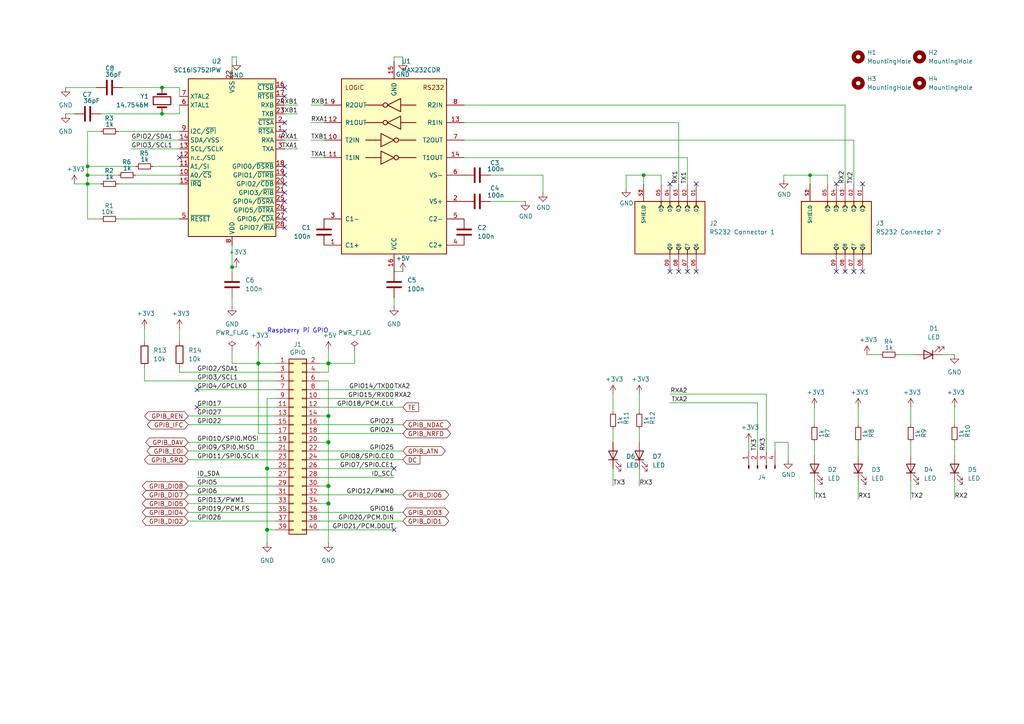
<source format=kicad_sch>
(kicad_sch (version 20250114) (generator "eeschema") (generator_version "9.0")
  (paper "A4")
  (title_block (title "Alex Harris Senior Capstone") (date "2025-03-18") (rev "4") (company "University of Utah"))
  (lib_symbols
    (symbol "+5V_1" (power) (pin_names (offset 0))
      (property "Value" "+5V" (at 0 3.556 0))
      (symbol "+5V_1_1_1"
        (pin power_in line (at 0 0 90) (length 0) (hide yes) (name "+5V") (number "1"))
      )
    )
    (symbol "Connector:Conn_01x04_Pin" (pin_names (offset 1.016) (hide yes))
      (property "Reference" "J" (at 0 5.08 0))
      (property "Value" "Conn_01x04_Pin" (at 0 -7.62 0))
      (symbol "Conn_01x04_Pin_1_1"
        (pin passive line (at 5.08 2.54 180) (length 3.81) (name "Pin_1") (number "1"))
        (pin passive line (at 5.08 0 180) (length 3.81) (name "Pin_2") (number "2"))
        (pin passive line (at 5.08 -2.54 180) (length 3.81) (name "Pin_3") (number "3"))
        (pin passive line (at 5.08 -5.08 180) (length 3.81) (name "Pin_4") (number "4"))
      )
    )
    (symbol "Connector_Generic:Conn_02x20_Odd_Even" (pin_names (offset 1.016) (hide yes))
      (property "Reference" "J" (at 1.27 25.4 0))
      (property "Value" "Conn_02x20_Odd_Even" (at 1.27 -27.94 0))
      (symbol "Conn_02x20_Odd_Even_1_1"
        (pin passive line (at -5.08 22.86 0) (length 3.81) (name "Pin_1") (number "1"))
        (pin passive line (at -5.08 20.32 0) (length 3.81) (name "Pin_3") (number "3"))
        (pin passive line (at -5.08 17.78 0) (length 3.81) (name "Pin_5") (number "5"))
        (pin passive line (at -5.08 15.24 0) (length 3.81) (name "Pin_7") (number "7"))
        (pin passive line (at -5.08 12.7 0) (length 3.81) (name "Pin_9") (number "9"))
        (pin passive line (at -5.08 10.16 0) (length 3.81) (name "Pin_11") (number "11"))
        (pin passive line (at -5.08 7.62 0) (length 3.81) (name "Pin_13") (number "13"))
        (pin passive line (at -5.08 5.08 0) (length 3.81) (name "Pin_15") (number "15"))
        (pin passive line (at -5.08 2.54 0) (length 3.81) (name "Pin_17") (number "17"))
        (pin passive line (at -5.08 0 0) (length 3.81) (name "Pin_19") (number "19"))
        (pin passive line (at -5.08 -2.54 0) (length 3.81) (name "Pin_21") (number "21"))
        (pin passive line (at -5.08 -5.08 0) (length 3.81) (name "Pin_23") (number "23"))
        (pin passive line (at -5.08 -7.62 0) (length 3.81) (name "Pin_25") (number "25"))
        (pin passive line (at -5.08 -10.16 0) (length 3.81) (name "Pin_27") (number "27"))
        (pin passive line (at -5.08 -12.7 0) (length 3.81) (name "Pin_29") (number "29"))
        (pin passive line (at -5.08 -15.24 0) (length 3.81) (name "Pin_31") (number "31"))
        (pin passive line (at -5.08 -17.78 0) (length 3.81) (name "Pin_33") (number "33"))
        (pin passive line (at -5.08 -20.32 0) (length 3.81) (name "Pin_35") (number "35"))
        (pin passive line (at -5.08 -22.86 0) (length 3.81) (name "Pin_37") (number "37"))
        (pin passive line (at -5.08 -25.4 0) (length 3.81) (name "Pin_39") (number "39"))
        (pin passive line (at 7.62 22.86 180) (length 3.81) (name "Pin_2") (number "2"))
        (pin passive line (at 7.62 20.32 180) (length 3.81) (name "Pin_4") (number "4"))
        (pin passive line (at 7.62 17.78 180) (length 3.81) (name "Pin_6") (number "6"))
        (pin passive line (at 7.62 15.24 180) (length 3.81) (name "Pin_8") (number "8"))
        (pin passive line (at 7.62 12.7 180) (length 3.81) (name "Pin_10") (number "10"))
        (pin passive line (at 7.62 10.16 180) (length 3.81) (name "Pin_12") (number "12"))
        (pin passive line (at 7.62 7.62 180) (length 3.81) (name "Pin_14") (number "14"))
        (pin passive line (at 7.62 5.08 180) (length 3.81) (name "Pin_16") (number "16"))
        (pin passive line (at 7.62 2.54 180) (length 3.81) (name "Pin_18") (number "18"))
        (pin passive line (at 7.62 0 180) (length 3.81) (name "Pin_20") (number "20"))
        (pin passive line (at 7.62 -2.54 180) (length 3.81) (name "Pin_22") (number "22"))
        (pin passive line (at 7.62 -5.08 180) (length 3.81) (name "Pin_24") (number "24"))
        (pin passive line (at 7.62 -7.62 180) (length 3.81) (name "Pin_26") (number "26"))
        (pin passive line (at 7.62 -10.16 180) (length 3.81) (name "Pin_28") (number "28"))
        (pin passive line (at 7.62 -12.7 180) (length 3.81) (name "Pin_30") (number "30"))
        (pin passive line (at 7.62 -15.24 180) (length 3.81) (name "Pin_32") (number "32"))
        (pin passive line (at 7.62 -17.78 180) (length 3.81) (name "Pin_34") (number "34"))
        (pin passive line (at 7.62 -20.32 180) (length 3.81) (name "Pin_36") (number "36"))
        (pin passive line (at 7.62 -22.86 180) (length 3.81) (name "Pin_38") (number "38"))
        (pin passive line (at 7.62 -25.4 180) (length 3.81) (name "Pin_40") (number "40"))
      )
    )
    (symbol "Device:C" (pin_numbers (hide yes)) (pin_names (offset 0.254))
      (property "Reference" "C" (at 0.635 2.54 0))
      (property "Value" "C" (at 0.635 -2.54 0))
      (symbol "C_1_1"
        (pin passive line (at 0 3.81 270) (length 2.794) (name "~") (number "1"))
        (pin passive line (at 0 -3.81 90) (length 2.794) (name "~") (number "2"))
      )
    )
    (symbol "Device:Crystal" (pin_numbers (hide yes)) (pin_names (offset 1.016) (hide yes))
      (property "Reference" "Y" (at 0 3.81 0))
      (property "Value" "Crystal" (at 0 -3.81 0))
      (symbol "Crystal_1_1"
        (pin passive line (at -3.81 0 0) (length 1.27) (name "1") (number "1"))
        (pin passive line (at 3.81 0 180) (length 1.27) (name "2") (number "2"))
      )
    )
    (symbol "Device:LED" (pin_numbers (hide yes)) (pin_names (offset 1.016) (hide yes))
      (property "Reference" "D" (at 0 2.54 0))
      (property "Value" "LED" (at 0 -2.54 0))
      (symbol "LED_1_1"
        (pin passive line (at -3.81 0 0) (length 2.54) (name "K") (number "1"))
        (pin passive line (at 3.81 0 180) (length 2.54) (name "A") (number "2"))
      )
    )
    (symbol "Device:R" (pin_numbers (hide yes)) (pin_names (offset 0))
      (property "Reference" "R" (at 2.032 0 90))
      (property "Value" "R" (at 0 0 90))
      (symbol "R_1_1"
        (pin passive line (at 0 3.81 270) (length 1.27) (name "~") (number "1"))
        (pin passive line (at 0 -3.81 90) (length 1.27) (name "~") (number "2"))
      )
    )
    (symbol "Device:R_Small" (pin_numbers (hide yes)) (pin_names (offset 0.254) (hide yes))
      (property "Reference" "R" (at 0.762 0.508 0))
      (property "Value" "R_Small" (at 0.762 -1.016 0))
      (symbol "R_Small_1_1"
        (pin passive line (at 0 2.54 270) (length 0.762) (name "~") (number "1"))
        (pin passive line (at 0 -2.54 90) (length 0.762) (name "~") (number "2"))
      )
    )
    (symbol "GND_1" (power) (pin_numbers (hide yes)) (pin_names (offset 0) (hide yes))
      (property "Value" "GND" (at 0 -3.81 0))
      (symbol "GND_1_1_1"
        (pin power_in line (at 0 0 270) (length 0) (name "~") (number "1"))
      )
    )
    (symbol "Interface_UART:MAX232" (pin_names (offset 1.016))
      (property "Reference" "U" (at -2.54 28.575 0))
      (property "Value" "MAX232" (at -2.54 26.67 0))
      (symbol "MAX232_0_0"
        (text "LOGIC" (at -11.43 -22.86 0) (effects (font (size 1.27 1.27))))
        (text "RS232" (at 11.43 -22.86 0) (effects (font (size 1.27 1.27))))
      )
      (symbol "MAX232_1_1"
        (pin passive line (at -20.32 22.86 0) (length 5.08) (name "C1+") (number "1"))
        (pin passive line (at -20.32 15.24 0) (length 5.08) (name "C1-") (number "3"))
        (pin input line (at -20.32 -2.54 0) (length 5.08) (name "T1IN") (number "11"))
        (pin input line (at -20.32 -7.62 0) (length 5.08) (name "T2IN") (number "10"))
        (pin output line (at -20.32 -12.7 0) (length 5.08) (name "R1OUT") (number "12"))
        (pin output line (at -20.32 -17.78 0) (length 5.08) (name "R2OUT") (number "9"))
        (pin power_in line (at 0 30.48 270) (length 5.08) (name "VCC") (number "16"))
        (pin power_in line (at 0 -30.48 90) (length 5.08) (name "GND") (number "15"))
        (pin passive line (at 20.32 22.86 180) (length 5.08) (name "C2+") (number "4"))
        (pin passive line (at 20.32 15.24 180) (length 5.08) (name "C2-") (number "5"))
        (pin power_out line (at 20.32 10.16 180) (length 5.08) (name "VS+") (number "2"))
        (pin power_out line (at 20.32 2.54 180) (length 5.08) (name "VS-") (number "6"))
        (pin output line (at 20.32 -2.54 180) (length 5.08) (name "T1OUT") (number "14"))
        (pin output line (at 20.32 -7.62 180) (length 5.08) (name "T2OUT") (number "7"))
        (pin input line (at 20.32 -12.7 180) (length 5.08) (name "R1IN") (number "13"))
        (pin input line (at 20.32 -17.78 180) (length 5.08) (name "R2IN") (number "8"))
      )
    )
    (symbol "Interface_UART:SC16IS752IPW"
      (property "Reference" "U" (at -11.43 24.13 0))
      (property "Value" "SC16IS752IPW" (at 7.62 24.13 0))
      (symbol "SC16IS752IPW_1_1"
        (pin input line (at -15.24 17.78 0) (length 2.54) (name "~{RESET}") (number "5"))
        (pin open_collector line (at -15.24 7.62 0) (length 2.54) (name "~{IRQ}") (number "15"))
        (pin input line (at -15.24 5.08 0) (length 2.54) (name "A0/~{CS}") (number "10"))
        (pin input line (at -15.24 2.54 0) (length 2.54) (name "A1/SI") (number "11"))
        (pin output line (at -15.24 0 0) (length 2.54) (name "n.c./SO") (number "12"))
        (pin input line (at -15.24 -2.54 0) (length 2.54) (name "SCL/SCLK") (number "13"))
        (pin bidirectional line (at -15.24 -5.08 0) (length 2.54) (name "SDA/VSS") (number "14"))
        (pin input line (at -15.24 -7.62 0) (length 2.54) (name "I2C/~{SPI}") (number "9"))
        (pin input line (at -15.24 -15.24 0) (length 2.54) (name "XTAL1") (number "6"))
        (pin output line (at -15.24 -17.78 0) (length 2.54) (name "XTAL2") (number "7"))
        (pin power_in line (at 0 25.4 270) (length 2.54) (name "VDD") (number "8"))
        (pin power_in line (at 0 -25.4 90) (length 2.54) (name "VSS") (number "22"))
        (pin bidirectional line (at 15.24 20.32 180) (length 2.54) (name "GPIO7/~{RIA}") (number "28"))
        (pin bidirectional line (at 15.24 17.78 180) (length 2.54) (name "GPIO6/~{CDA}") (number "27"))
        (pin bidirectional line (at 15.24 15.24 180) (length 2.54) (name "GPIO5/~{DTRA}") (number "26"))
        (pin bidirectional line (at 15.24 12.7 180) (length 2.54) (name "GPIO4/~{DSRA}") (number "25"))
        (pin bidirectional line (at 15.24 10.16 180) (length 2.54) (name "GPIO3/~{RIB}") (number "21"))
        (pin bidirectional line (at 15.24 7.62 180) (length 2.54) (name "GPIO2/~{CDB}") (number "20"))
        (pin bidirectional line (at 15.24 5.08 180) (length 2.54) (name "GPIO1/~{DTRB}") (number "19"))
        (pin bidirectional line (at 15.24 2.54 180) (length 2.54) (name "GPIO0/~{DSRB}") (number "18"))
        (pin output line (at 15.24 -2.54 180) (length 2.54) (name "TXA") (number "3"))
        (pin input line (at 15.24 -5.08 180) (length 2.54) (name "RXA") (number "4"))
        (pin output line (at 15.24 -7.62 180) (length 2.54) (name "~{RTSA}") (number "1"))
        (pin input line (at 15.24 -10.16 180) (length 2.54) (name "~{CTSA}") (number "2"))
        (pin output line (at 15.24 -12.7 180) (length 2.54) (name "TXB") (number "23"))
        (pin input line (at 15.24 -15.24 180) (length 2.54) (name "RXB") (number "24"))
        (pin output line (at 15.24 -17.78 180) (length 2.54) (name "~{RTSB}") (number "17"))
        (pin input line (at 15.24 -20.32 180) (length 2.54) (name "~{CTSB}") (number "16"))
      )
    )
    (symbol "L77SDE09SA4CH3FC309:L77SDE09SA4CH3FC309" (pin_names (offset 1.016))
      (property "Reference" "J" (at -7.62 11.43 0))
      (property "Value" "L77SDE09SA4CH3FC309" (at -7.62 -12.7 0))
      (symbol "L77SDE09SA4CH3FC309_0_0"
        (pin passive line (at -12.7 7.62 0) (length 5.08) (name "01") (number "01"))
        (pin passive line (at -12.7 5.08 0) (length 5.08) (name "02") (number "02"))
        (pin passive line (at -12.7 2.54 0) (length 5.08) (name "03") (number "03"))
        (pin passive line (at -12.7 0 0) (length 5.08) (name "04") (number "04"))
        (pin passive line (at -12.7 -2.54 0) (length 5.08) (name "05") (number "05"))
        (pin passive line (at -12.7 -7.62 0) (length 5.08) (name "SHIELD") (number "S1"))
        (pin passive line (at -12.7 -7.62 0) (length 5.08) (name "SHIELD") (number "S2"))
        (pin passive line (at 12.7 7.62 180) (length 5.08) (name "06") (number "06"))
        (pin passive line (at 12.7 5.08 180) (length 5.08) (name "07") (number "07"))
        (pin passive line (at 12.7 2.54 180) (length 5.08) (name "08") (number "08"))
        (pin passive line (at 12.7 0 180) (length 5.08) (name "09") (number "09"))
      )
    )
    (symbol "Mechanical:MountingHole" (pin_names (offset 1.016)) (exclude_from_sim yes) (in_bom no)
      (property "Reference" "H" (at 0 5.08 0))
      (property "Value" "MountingHole" (at 0 3.175 0))
    )
    (symbol "power:+3.3V" (power) (pin_names (offset 0))
      (property "Value" "+3.3V" (at 0 3.556 0))
      (symbol "+3.3V_1_1"
        (pin power_in line (at 0 0 90) (length 0) (hide yes) (name "+3V3") (number "1"))
      )
    )
    (symbol "power:+5V" (power) (pin_numbers (hide yes)) (pin_names (offset 0) (hide yes))
      (property "Value" "+5V" (at 0 3.556 0))
      (symbol "+5V_1_1"
        (pin power_in line (at 0 0 90) (length 0) (name "~") (number "1"))
      )
    )
    (symbol "power:GND" (power) (pin_names (offset 0))
      (property "Value" "GND" (at 0 -3.81 0))
      (symbol "GND_1_1"
        (pin power_in line (at 0 0 270) (length 0) (hide yes) (name "GND") (number "1"))
      )
    )
    (symbol "power:PWR_FLAG" (power) (pin_numbers (hide yes)) (pin_names (offset 0) (hide yes))
      (property "Value" "PWR_FLAG" (at 0 3.81 0))
      (symbol "PWR_FLAG_0_0"
        (pin power_out line (at 0 0 90) (length 0) (name "~") (number "1"))
      )
    )
  )
  (text "Raspberry Pi GPIO\n" (at 86.36 96.012 0) (effects (font (size 1.27 1.27))))
  (junction (at 234.95 50.8))
  (junction (at 25.4 50.8))
  (junction (at 95.25 105.41) (diameter 1.016))
  (junction (at 95.25 120.65) (diameter 1.016))
  (junction (at 25.4 53.34))
  (junction (at 77.47 153.67) (diameter 1.016))
  (junction (at 67.31 77.47))
  (junction (at 77.47 135.89) (diameter 1.016))
  (junction (at 95.25 146.05) (diameter 1.016))
  (junction (at 46.99 25.4))
  (junction (at 95.25 140.97) (diameter 1.016))
  (junction (at 95.25 128.27) (diameter 1.016))
  (junction (at 25.4 48.26))
  (junction (at 46.99 33.02))
  (junction (at 74.93 105.41) (diameter 1.016))
  (junction (at 186.69 50.8))
  (no_connect (at 250.19 78.74))
  (no_connect (at 82.55 48.26))
  (no_connect (at 52.07 45.72))
  (no_connect (at 114.3 153.67))
  (no_connect (at 82.55 27.94))
  (no_connect (at 245.11 78.74))
  (no_connect (at 82.55 38.1))
  (no_connect (at 194.31 53.34))
  (no_connect (at 242.57 78.74))
  (no_connect (at 82.55 25.4))
  (no_connect (at 82.55 66.04))
  (no_connect (at 199.39 78.74))
  (no_connect (at 57.15 113.03))
  (no_connect (at 82.55 60.96))
  (no_connect (at 57.15 118.11))
  (no_connect (at 82.55 50.8))
  (no_connect (at 242.57 53.34))
  (no_connect (at 82.55 55.88))
  (no_connect (at 82.55 63.5))
  (no_connect (at 247.65 78.74))
  (no_connect (at 82.55 35.56))
  (no_connect (at 194.31 78.74))
  (no_connect (at 250.19 53.34))
  (no_connect (at 201.93 53.34))
  (no_connect (at 196.85 78.74))
  (no_connect (at 114.3 135.89))
  (no_connect (at 201.93 78.74))
  (no_connect (at 82.55 58.42))
  (no_connect (at 82.55 53.34))
  (wire (pts (xy 77.47 135.89) (xy 77.47 153.67)))
  (wire (pts (xy 92.71 135.89) (xy 114.3 135.89)))
  (wire (pts (xy 236.22 139.7) (xy 236.22 144.78)))
  (wire (pts (xy 25.4 63.5) (xy 29.21 63.5)))
  (wire (pts (xy 80.01 118.11) (xy 57.15 118.11)))
  (wire (pts (xy 54.61 130.81) (xy 80.01 130.81)))
  (wire (pts (xy 95.25 110.49) (xy 95.25 120.65)))
  (wire (pts (xy 95.25 128.27) (xy 92.71 128.27)))
  (wire (pts (xy 224.79 128.27) (xy 224.79 130.81)))
  (wire (pts (xy 134.62 35.56) (xy 196.85 35.56)))
  (wire (pts (xy 114.3 17.78) (xy 114.3 16.51)))
  (wire (pts (xy 95.25 140.97) (xy 95.25 146.05)))
  (wire (pts (xy 217.17 128.27) (xy 217.17 130.81)))
  (wire (pts (xy 234.95 50.8) (xy 240.03 50.8)))
  (wire (pts (xy 41.91 106.68) (xy 41.91 110.49)))
  (wire (pts (xy 82.55 33.02) (xy 86.36 33.02)))
  (wire (pts (xy 25.4 53.34) (xy 25.4 50.8)))
  (wire (pts (xy 248.92 139.7) (xy 248.92 144.78)))
  (wire (pts (xy 95.25 128.27) (xy 95.25 140.97)))
  (wire (pts (xy 92.71 113.03) (xy 114.3 113.03)))
  (wire (pts (xy 67.31 20.32) (xy 67.31 16.51)))
  (wire (pts (xy 224.79 128.27) (xy 228.6 128.27)))
  (wire (pts (xy 77.47 115.57) (xy 77.47 135.89)))
  (wire (pts (xy 276.86 118.11) (xy 276.86 123.19)))
  (wire (pts (xy 114.3 78.74) (xy 116.84 78.74)))
  (wire (pts (xy 177.8 124.46) (xy 177.8 128.27)))
  (wire (pts (xy 38.1 40.64) (xy 52.07 40.64)))
  (wire (pts (xy 227.33 50.8) (xy 234.95 50.8)))
  (wire (pts (xy 77.47 115.57) (xy 80.01 115.57)))
  (wire (pts (xy 92.71 133.35) (xy 116.84 133.35)))
  (wire (pts (xy 54.61 123.19) (xy 80.01 123.19)))
  (wire (pts (xy 25.4 48.26) (xy 25.4 38.1)))
  (wire (pts (xy 80.01 138.43) (xy 57.15 138.43)))
  (wire (pts (xy 234.95 50.8) (xy 234.95 53.34)))
  (wire (pts (xy 227.33 50.8) (xy 227.33 52.07)))
  (wire (pts (xy 185.42 135.89) (xy 185.42 140.97)))
  (wire (pts (xy 54.61 143.51) (xy 80.01 143.51)))
  (wire (pts (xy 248.92 118.11) (xy 248.92 123.19)))
  (wire (pts (xy 90.17 35.56) (xy 93.98 35.56)))
  (wire (pts (xy 77.47 135.89) (xy 80.01 135.89)))
  (wire (pts (xy 273.05 102.87) (xy 276.86 102.87)))
  (wire (pts (xy 44.45 48.26) (xy 52.07 48.26)))
  (wire (pts (xy 90.17 30.48) (xy 93.98 30.48)))
  (wire (pts (xy 92.71 123.19) (xy 116.84 123.19)))
  (wire (pts (xy 52.07 107.95) (xy 80.01 107.95)))
  (wire (pts (xy 35.56 25.4) (xy 46.99 25.4)))
  (wire (pts (xy 34.29 38.1) (xy 52.07 38.1)))
  (wire (pts (xy 46.99 33.02) (xy 52.07 33.02)))
  (wire (pts (xy 186.69 50.8) (xy 186.69 53.34)))
  (wire (pts (xy 67.31 16.51) (xy 68.58 16.51)))
  (wire (pts (xy 196.85 35.56) (xy 196.85 53.34)))
  (wire (pts (xy 92.71 153.67) (xy 114.3 153.67)))
  (wire (pts (xy 77.47 153.67) (xy 77.47 157.48)))
  (wire (pts (xy 74.93 101.6) (xy 74.93 105.41)))
  (wire (pts (xy 114.3 16.51) (xy 116.84 16.51)))
  (wire (pts (xy 25.4 50.8) (xy 34.29 50.8)))
  (wire (pts (xy 90.17 45.72) (xy 93.98 45.72)))
  (wire (pts (xy 264.16 139.7) (xy 264.16 144.78)))
  (wire (pts (xy 95.25 146.05) (xy 92.71 146.05)))
  (wire (pts (xy 95.25 105.41) (xy 102.87 105.41)))
  (wire (pts (xy 134.62 30.48) (xy 245.11 30.48)))
  (wire (pts (xy 54.61 151.13) (xy 80.01 151.13)))
  (wire (pts (xy 219.71 116.84) (xy 219.71 130.81)))
  (wire (pts (xy 194.31 116.84) (xy 219.71 116.84)))
  (wire (pts (xy 194.31 114.3) (xy 222.25 114.3)))
  (wire (pts (xy 248.92 128.27) (xy 248.92 132.08)))
  (wire (pts (xy 67.31 101.6) (xy 67.31 105.41)))
  (wire (pts (xy 199.39 45.72) (xy 199.39 53.34)))
  (wire (pts (xy 74.93 125.73) (xy 80.01 125.73)))
  (wire (pts (xy 102.87 105.41) (xy 102.87 101.6)))
  (wire (pts (xy 25.4 63.5) (xy 25.4 53.34)))
  (wire (pts (xy 222.25 114.3) (xy 222.25 130.81)))
  (wire (pts (xy 264.16 118.11) (xy 264.16 123.19)))
  (wire (pts (xy 82.55 43.18) (xy 86.36 43.18)))
  (wire (pts (xy 25.4 53.34) (xy 29.21 53.34)))
  (wire (pts (xy 67.31 78.74) (xy 67.31 77.47)))
  (wire (pts (xy 185.42 124.46) (xy 185.42 128.27)))
  (wire (pts (xy 95.25 105.41) (xy 95.25 107.95)))
  (wire (pts (xy 95.25 120.65) (xy 95.25 128.27)))
  (wire (pts (xy 92.71 118.11) (xy 116.84 118.11)))
  (wire (pts (xy 95.25 120.65) (xy 92.71 120.65)))
  (wire (pts (xy 29.21 33.02) (xy 46.99 33.02)))
  (wire (pts (xy 134.62 45.72) (xy 199.39 45.72)))
  (wire (pts (xy 95.25 101.6) (xy 95.25 105.41)))
  (wire (pts (xy 157.48 50.8) (xy 142.24 50.8)))
  (wire (pts (xy 19.05 33.02) (xy 21.59 33.02)))
  (wire (pts (xy 114.3 86.36) (xy 114.3 88.9)))
  (wire (pts (xy 57.15 113.03) (xy 80.01 113.03)))
  (wire (pts (xy 260.35 102.87) (xy 265.43 102.87)))
  (wire (pts (xy 95.25 105.41) (xy 92.71 105.41)))
  (wire (pts (xy 74.93 105.41) (xy 74.93 125.73)))
  (wire (pts (xy 52.07 95.25) (xy 52.07 99.06)))
  (wire (pts (xy 92.71 125.73) (xy 116.84 125.73)))
  (wire (pts (xy 92.71 115.57) (xy 114.3 115.57)))
  (wire (pts (xy 185.42 114.3) (xy 185.42 119.38)))
  (wire (pts (xy 67.31 105.41) (xy 74.93 105.41)))
  (wire (pts (xy 247.65 40.64) (xy 247.65 53.34)))
  (wire (pts (xy 264.16 128.27) (xy 264.16 132.08)))
  (wire (pts (xy 276.86 128.27) (xy 276.86 132.08)))
  (wire (pts (xy 54.61 140.97) (xy 80.01 140.97)))
  (wire (pts (xy 181.61 50.8) (xy 186.69 50.8)))
  (wire (pts (xy 25.4 50.8) (xy 25.4 48.26)))
  (wire (pts (xy 245.11 30.48) (xy 245.11 53.34)))
  (wire (pts (xy 191.77 50.8) (xy 191.77 53.34)))
  (wire (pts (xy 251.46 102.87) (xy 255.27 102.87)))
  (wire (pts (xy 25.4 38.1) (xy 29.21 38.1)))
  (wire (pts (xy 54.61 120.65) (xy 80.01 120.65)))
  (wire (pts (xy 41.91 110.49) (xy 80.01 110.49)))
  (wire (pts (xy 34.29 53.34) (xy 52.07 53.34)))
  (wire (pts (xy 95.25 107.95) (xy 92.71 107.95)))
  (wire (pts (xy 116.84 16.51) (xy 116.84 17.78)))
  (wire (pts (xy 52.07 106.68) (xy 52.07 107.95)))
  (wire (pts (xy 39.37 50.8) (xy 52.07 50.8)))
  (wire (pts (xy 92.71 148.59) (xy 116.84 148.59)))
  (wire (pts (xy 92.71 143.51) (xy 116.84 143.51)))
  (wire (pts (xy 77.47 153.67) (xy 80.01 153.67)))
  (wire (pts (xy 54.61 128.27) (xy 80.01 128.27)))
  (wire (pts (xy 92.71 151.13) (xy 116.84 151.13)))
  (wire (pts (xy 240.03 50.8) (xy 240.03 53.34)))
  (wire (pts (xy 95.25 110.49) (xy 92.71 110.49)))
  (wire (pts (xy 41.91 95.25) (xy 41.91 99.06)))
  (wire (pts (xy 68.58 77.47) (xy 67.31 77.47)))
  (wire (pts (xy 25.4 48.26) (xy 39.37 48.26)))
  (wire (pts (xy 19.05 25.4) (xy 27.94 25.4)))
  (wire (pts (xy 34.29 63.5) (xy 52.07 63.5)))
  (wire (pts (xy 90.17 40.64) (xy 93.98 40.64)))
  (wire (pts (xy 142.24 58.42) (xy 152.4 58.42)))
  (wire (pts (xy 228.6 128.27) (xy 228.6 133.35)))
  (wire (pts (xy 157.48 55.88) (xy 157.48 50.8)))
  (wire (pts (xy 54.61 146.05) (xy 80.01 146.05)))
  (wire (pts (xy 67.31 86.36) (xy 67.31 88.9)))
  (wire (pts (xy 186.69 50.8) (xy 191.77 50.8)))
  (wire (pts (xy 38.1 43.18) (xy 52.07 43.18)))
  (wire (pts (xy 134.62 40.64) (xy 247.65 40.64)))
  (wire (pts (xy 54.61 148.59) (xy 80.01 148.59)))
  (wire (pts (xy 236.22 118.11) (xy 236.22 123.19)))
  (wire (pts (xy 95.25 146.05) (xy 95.25 157.48)))
  (wire (pts (xy 92.71 130.81) (xy 116.84 130.81)))
  (wire (pts (xy 52.07 25.4) (xy 52.07 27.94)))
  (wire (pts (xy 54.61 133.35) (xy 80.01 133.35)))
  (wire (pts (xy 82.55 40.64) (xy 86.36 40.64)))
  (wire (pts (xy 177.8 135.89) (xy 177.8 140.97)))
  (wire (pts (xy 67.31 71.12) (xy 67.31 77.47)))
  (wire (pts (xy 95.25 140.97) (xy 92.71 140.97)))
  (wire (pts (xy 236.22 128.27) (xy 236.22 132.08)))
  (wire (pts (xy 181.61 50.8) (xy 181.61 54.61)))
  (wire (pts (xy 74.93 105.41) (xy 80.01 105.41)))
  (wire (pts (xy 82.55 30.48) (xy 86.36 30.48)))
  (wire (pts (xy 68.58 16.51) (xy 68.58 17.78)))
  (wire (pts (xy 177.8 114.3) (xy 177.8 119.38)))
  (wire (pts (xy 21.59 53.34) (xy 25.4 53.34)))
  (wire (pts (xy 52.07 33.02) (xy 52.07 30.48)))
  (wire (pts (xy 92.71 138.43) (xy 114.3 138.43)))
  (wire (pts (xy 46.99 25.4) (xy 52.07 25.4)))
  (wire (pts (xy 276.86 139.7) (xy 276.86 144.78)))
  (label "ID_SDA" (at 57.15 138.43 0))
  (label "GPIO2{slash}SDA1" (at 38.1 40.64 0))
  (label "GPIO6" (at 57.15 143.51 0))
  (label "TXB1" (at 90.17 40.64 0))
  (label "RXA2" (at 114.3 115.57 0))
  (label "TX3" (at 219.71 130.81 90))
  (label "TX2" (at 264.16 144.78 0))
  (label "TXA2" (at 114.3 113.03 0))
  (label "ID_SCL" (at 114.3 138.43 180))
  (label "GPIO5" (at 57.15 140.97 0))
  (label "GPIO3{slash}SCL1" (at 38.1 43.18 0))
  (label "GPIO21{slash}PCM.DOUT" (at 114.3 153.67 180))
  (label "GPIO19{slash}PCM.FS" (at 57.15 148.59 0))
  (label "GPIO10{slash}SPI0.MOSI" (at 57.15 128.27 0))
  (label "GPIO9{slash}SPI0.MISO" (at 57.15 130.81 0))
  (label "GPIO23" (at 114.3 123.19 180))
  (label "RXA1" (at 86.36 40.64 180))
  (label "TX1" (at 236.22 144.78 0))
  (label "GPIO4{slash}GPCLK0" (at 57.15 113.03 0))
  (label "GPIO27" (at 57.15 120.65 0))
  (label "GPIO26" (at 57.15 151.13 0))
  (label "TXA1" (at 86.36 43.18 180))
  (label "GPIO14{slash}TXD0" (at 114.3 113.03 180))
  (label "GPIO8{slash}SPI0.CE0" (at 114.3 133.35 180))
  (label "GPIO15{slash}RXD0" (at 114.3 115.57 180))
  (label "RX2" (at 245.11 53.34 90))
  (label "GPIO16" (at 114.3 148.59 180))
  (label "RXA2" (at 199.39 114.3 180))
  (label "RXA1" (at 90.17 35.56 0))
  (label "GPIO22" (at 57.15 123.19 0))
  (label "RX2" (at 276.86 144.78 0))
  (label "GPIO2{slash}SDA1" (at 57.15 107.95 0))
  (label "GPIO17" (at 57.15 118.11 0))
  (label "TXB1" (at 86.36 33.02 180))
  (label "GPIO25" (at 114.3 130.81 180))
  (label "RXB1" (at 90.17 30.48 0))
  (label "GPIO3{slash}SCL1" (at 57.15 110.49 0))
  (label "GPIO18{slash}PCM.CLK" (at 114.3 118.11 180))
  (label "GPIO12{slash}PWM0" (at 114.3 143.51 180))
  (label "RX3" (at 222.25 130.81 90))
  (label "GPIO13{slash}PWM1" (at 57.15 146.05 0))
  (label "GPIO20{slash}PCM.DIN" (at 114.3 151.13 180))
  (label "GPIO24" (at 114.3 125.73 180))
  (label "TX2" (at 247.65 53.34 90))
  (label "GPIO7{slash}SPI0.CE1" (at 114.3 135.89 180))
  (label "RX3" (at 185.42 140.97 0))
  (label "RX1" (at 196.85 53.34 90))
  (label "RX1" (at 248.92 144.78 0))
  (label "RXB1" (at 86.36 30.48 180))
  (label "TXA1" (at 90.17 45.72 0))
  (label "TX3" (at 177.8 140.97 0))
  (label "TXA2" (at 199.39 116.84 180))
  (label "GPIO11{slash}SPI0.SCLK" (at 57.15 133.35 0))
  (label "TX1" (at 199.39 53.34 90))
  (global_label "GPIB_DIO2" (shape bidirectional) (at 54.61 151.13 180) (property "Intersheetrefs" "${INTERSHEET_REFS}" (effects (hide yes))))
  (global_label "TE" (shape input) (at 116.84 118.11 0) (property "Intersheetrefs" "${INTERSHEET_REFS}" (effects (hide yes))))
  (global_label "GPIB_SRQ" (shape bidirectional) (at 54.61 133.35 180) (property "Intersheetrefs" "${INTERSHEET_REFS}" (effects (hide yes))))
  (global_label "GPIB_EOI" (shape bidirectional) (at 54.61 130.81 180) (property "Intersheetrefs" "${INTERSHEET_REFS}" (effects (hide yes))))
  (global_label "GPIB_NRFD" (shape bidirectional) (at 116.84 125.73 0) (property "Intersheetrefs" "${INTERSHEET_REFS}" (effects (hide yes))))
  (global_label "GPIB_DIO1" (shape bidirectional) (at 116.84 151.13 0) (property "Intersheetrefs" "${INTERSHEET_REFS}" (effects (hide yes))))
  (global_label "DC" (shape input) (at 116.84 133.35 0) (property "Intersheetrefs" "${INTERSHEET_REFS}" (effects (hide yes))))
  (global_label "GPIB_DIO4" (shape bidirectional) (at 54.61 148.59 180) (property "Intersheetrefs" "${INTERSHEET_REFS}" (effects (hide yes))))
  (global_label "GPIB_DIO8" (shape bidirectional) (at 54.61 140.97 180) (property "Intersheetrefs" "${INTERSHEET_REFS}" (effects (hide yes))))
  (global_label "GPIB_DIO6" (shape bidirectional) (at 116.84 143.51 0) (property "Intersheetrefs" "${INTERSHEET_REFS}" (effects (hide yes))))
  (global_label "GPIB_DIO3" (shape bidirectional) (at 116.84 148.59 0) (property "Intersheetrefs" "${INTERSHEET_REFS}" (effects (hide yes))))
  (global_label "GPIB_DIO5" (shape bidirectional) (at 54.61 146.05 180) (property "Intersheetrefs" "${INTERSHEET_REFS}" (effects (hide yes))))
  (global_label "GPIB_ATN" (shape bidirectional) (at 116.84 130.81 0) (property "Intersheetrefs" "${INTERSHEET_REFS}" (effects (hide yes))))
  (global_label "GPIB_DIO7" (shape bidirectional) (at 54.61 143.51 180) (property "Intersheetrefs" "${INTERSHEET_REFS}" (effects (hide yes))))
  (global_label "GPIB_REN" (shape bidirectional) (at 54.61 120.65 180) (property "Intersheetrefs" "${INTERSHEET_REFS}" (effects (hide yes))))
  (global_label "GPIB_DAV" (shape bidirectional) (at 54.61 128.27 180) (property "Intersheetrefs" "${INTERSHEET_REFS}" (effects (hide yes))))
  (global_label "GPIB_IFC" (shape bidirectional) (at 54.61 123.19 180) (property "Intersheetrefs" "${INTERSHEET_REFS}" (effects (hide yes))))
  (global_label "GPIB_NDAC" (shape bidirectional) (at 116.84 123.19 0) (property "Intersheetrefs" "${INTERSHEET_REFS}" (effects (hide yes))))
  (symbol (lib_name "+5V_1") (lib_id "power:+5V") (at 95.25 101.6 0) (unit 1)
    (property "Reference" "#PWR01" (effects (hide yes)))
    (property "Value" "+5V" (at 95.6183 97.2756 0))
  )
  (symbol (lib_id "power:+3.3V") (at 74.93 101.6 0) (unit 1)
    (property "Reference" "#PWR04" (effects (hide yes)))
    (property "Value" "+3V3" (at 75.2983 97.2756 0))
  )
  (symbol (lib_id "Connector_Generic:Conn_02x20_Odd_Even") (at 85.09 128.27 0) (unit 1)
    (property "Reference" "J1" (at 86.36 99.9298 0))
    (property "Value" "GPIO" (at 86.36 102.235 0))
    (property "Footprint" "Connector_PinSocket_2.54mm:PinSocket_2x20_P2.54mm_Vertical" (effects (hide yes)))
  )
  (symbol (lib_id "power:GND") (at 227.33 52.07 0) (unit 1)
    (property "Reference" "#PWR06" (effects (hide yes)))
    (property "Value" "GND" (at 227.4443 56.3944 0))
  )
  (symbol (lib_id "Device:LED") (at 236.22 135.89 90) (unit 1)
    (property "Reference" "D2" (at 240.03 136.2074 90) (effects (justify right)))
    (property "Value" "LED" (at 240.03 138.7474 90) (effects (justify right)))
    (property "Footprint" "LED_SMD:LED_1206_3216Metric_Pad1.42x1.75mm_HandSolder" (effects (hide yes)))
    (property "Description" "Light emitting diode" (effects (hide yes)))
    (property "Sim.Pins" "1=K 2=A" (effects (hide yes)))
  )
  (symbol (lib_id "Device:C") (at 93.98 67.31 0) (mirror y) (unit 1)
    (property "Reference" "C1" (at 90.17 66.0399 0) (effects (justify left)))
    (property "Value" "100n" (at 90.17 68.5799 0) (effects (justify left)))
    (property "Footprint" "Capacitor_SMD:C_0805_2012Metric" (effects (hide yes)))
    (property "Description" "Unpolarized capacitor" (effects (hide yes)))
  )
  (symbol (lib_id "Device:R_Small") (at 36.83 50.8 90) (unit 1)
    (property "Reference" "R6" (at 38.1 46.99 90) (effects (justify left)))
    (property "Value" "1k" (at 38.1 48.768 90) (effects (justify left)))
    (property "Footprint" "Resistor_SMD:R_0805_2012Metric_Pad1.20x1.40mm_HandSolder" (effects (hide yes)))
  )
  (symbol (lib_id "Device:R_Small") (at 31.75 38.1 90) (unit 1)
    (property "Reference" "R3" (at 33.02 34.29 90) (effects (justify left)))
    (property "Value" "1k" (at 33.02 36.068 90) (effects (justify left)))
    (property "Footprint" "Resistor_SMD:R_0805_2012Metric_Pad1.20x1.40mm_HandSolder" (effects (hide yes)))
  )
  (symbol (lib_id "power:GND") (at 152.4 58.42 0) (unit 1)
    (property "Reference" "#PWR030" (effects (hide yes)))
    (property "Value" "GND" (at 152.5143 62.7444 0))
  )
  (symbol (lib_id "power:+3.3V") (at 21.59 53.34 0) (unit 1)
    (property "Reference" "#PWR012" (effects (hide yes)))
    (property "Value" "+3V3" (at 21.9583 49.0156 0))
  )
  (symbol (lib_id "Device:C") (at 114.3 82.55 0) (unit 1)
    (property "Reference" "C5" (at 118.11 81.2799 0) (effects (justify left)))
    (property "Value" "100n" (at 118.11 83.8199 0) (effects (justify left)))
    (property "Footprint" "Capacitor_SMD:C_0805_2012Metric" (effects (hide yes)))
    (property "Description" "Unpolarized capacitor" (effects (hide yes)))
  )
  (symbol (lib_id "L77SDE09SA4CH3FC309:L77SDE09SA4CH3FC309") (at 242.57 66.04 270) (unit 1)
    (property "Reference" "J3" (at 254 64.7699 90) (effects (justify left)))
    (property "Value" "RS232 Connector 2" (at 254 67.3099 90) (effects (justify left)))
    (property "Footprint" "L77SDE09SA4CH3FC309:AMPHENOL_L77SDE09SA4CH3FC309" (effects (hide yes)))
    (property "MF" "Amphenol ICC (Commercial Products)" (effects (hide yes)))
    (property "MAXIMUM_PACKAGE_HEIGHT" "12.55mm" (effects (hide yes)))
    (property "Package" "None" (effects (hide yes)))
    (property "Price" "None" (effects (hide yes)))
    (property "Check_prices" "https://www.snapeda.com/parts/L77SDE09SA4CH3FC309/Amphenol/view-part/?ref=eda" (effects (hide yes)))
    (property "STANDARD" "Manufacturer Recommendations" (effects (hide yes)))
    (property "PARTREV" "1" (effects (hide yes)))
    (property "SnapEDA_Link" "https://www.snapeda.com/parts/L77SDE09SA4CH3FC309/Amphenol/view-part/?ref=snap" (effects (hide yes)))
    (property "MP" "L77SDE09SA4CH3FC309" (effects (hide yes)))
    (property "Description_1" "\n                        \n                            Dsub, Stamped Signal 3A, Right Angle PCB Through Hole, FP=8.08mm (0.318in), Row Pitch 2.84mm, 09 Socket, 0.76m (30in) Gold, Bright Tin Shell, M3 Front Screwlock, Ground Tab with Boardlock\n                        \n" (effects (hide yes)))
    (property "Availability" "In Stock" (effects (hide yes)))
    (property "MANUFACTURER" "Amphenol" (effects (hide yes)))
  )
  (symbol (lib_id "power:+3.3V") (at 248.92 118.11 0) (unit 1)
    (property "Reference" "#PWR033" (effects (hide yes)))
    (property "Value" "+3V3" (at 249.2883 113.7856 0))
  )
  (symbol (lib_id "Device:LED") (at 276.86 135.89 90) (unit 1)
    (property "Reference" "D5" (at 280.67 136.2074 90) (effects (justify right)))
    (property "Value" "LED" (at 280.67 138.7474 90) (effects (justify right)))
    (property "Footprint" "LED_SMD:LED_1206_3216Metric_Pad1.42x1.75mm_HandSolder" (effects (hide yes)))
    (property "Description" "Light emitting diode" (effects (hide yes)))
    (property "Sim.Pins" "1=K 2=A" (effects (hide yes)))
  )
  (symbol (lib_id "power:+3.3V") (at 177.8 114.3 0) (unit 1)
    (property "Reference" "#PWR037" (effects (hide yes)))
    (property "Value" "+3V3" (at 178.1683 109.9756 0))
  )
  (symbol (lib_id "Device:C") (at 138.43 50.8 90) (unit 1)
    (property "Reference" "C3" (at 143.51 47.244 90))
    (property "Value" "100n" (at 143.764 49.022 90))
    (property "Footprint" "Capacitor_SMD:C_0805_2012Metric" (effects (hide yes)))
    (property "Description" "Unpolarized capacitor" (effects (hide yes)))
  )
  (symbol (lib_id "power:GND") (at 228.6 133.35 0) (unit 1)
    (property "Reference" "#PWR026" (effects (hide yes)))
    (property "Value" "GND" (at 228.7143 137.6744 0))
  )
  (symbol (lib_id "power:PWR_FLAG") (at 102.87 101.6 0) (unit 1)
    (property "Reference" "#FLG01" (effects (hide yes)))
    (property "Value" "PWR_FLAG" (at 102.87 96.52 0))
    (property "Description" "Special symbol for telling ERC where power comes from" (effects (hide yes)))
  )
  (symbol (lib_id "Device:LED") (at 269.24 102.87 180) (unit 1)
    (property "Reference" "D1" (at 270.8275 95.25 0))
    (property "Value" "LED" (at 270.8275 97.79 0))
    (property "Footprint" "LED_SMD:LED_1206_3216Metric_Pad1.42x1.75mm_HandSolder" (effects (hide yes)))
    (property "Description" "Light emitting diode" (effects (hide yes)))
    (property "Sim.Pins" "1=K 2=A" (effects (hide yes)))
  )
  (symbol (lib_id "Device:C") (at 31.75 25.4 270) (mirror x) (unit 1)
    (property "Reference" "C8" (at 30.48 19.812 90) (effects (justify left)))
    (property "Value" "36pF" (at 30.4801 21.59 90) (effects (justify left)))
    (property "Footprint" "Capacitor_SMD:C_0805_2012Metric_Pad1.18x1.45mm_HandSolder" (effects (hide yes)))
    (property "Description" "Unpolarized capacitor" (effects (hide yes)))
  )
  (symbol (lib_id "power:+3.3V") (at 41.91 95.25 0) (unit 1)
    (property "Reference" "#PWR031" (effects (hide yes)))
    (property "Value" "+3V3" (at 42.2783 90.9256 0))
  )
  (symbol (lib_id "Device:R_Small") (at 177.8 121.92 0) (unit 1)
    (property "Reference" "R11" (at 181.61 123.19 90) (effects (justify left)))
    (property "Value" "1k" (at 179.832 123.19 90) (effects (justify left)))
    (property "Footprint" "Resistor_SMD:R_0805_2012Metric_Pad1.20x1.40mm_HandSolder" (effects (hide yes)))
  )
  (symbol (lib_id "Device:R_Small") (at 41.91 48.26 90) (unit 1)
    (property "Reference" "R5" (at 43.18 44.45 90) (effects (justify left)))
    (property "Value" "1k" (at 43.18 46.228 90) (effects (justify left)))
    (property "Footprint" "Resistor_SMD:R_0805_2012Metric_Pad1.20x1.40mm_HandSolder" (effects (hide yes)))
  )
  (symbol (lib_id "power:+3.3V") (at 236.22 118.11 0) (unit 1)
    (property "Reference" "#PWR032" (effects (hide yes)))
    (property "Value" "+3V3" (at 236.5883 113.7856 0))
  )
  (symbol (lib_id "Device:C") (at 25.4 33.02 270) (mirror x) (unit 1)
    (property "Reference" "C7" (at 23.876 27.432 90) (effects (justify left)))
    (property "Value" "36pF" (at 24.1301 29.21 90) (effects (justify left)))
    (property "Footprint" "Capacitor_SMD:C_0805_2012Metric_Pad1.18x1.45mm_HandSolder" (effects (hide yes)))
    (property "Description" "Unpolarized capacitor" (effects (hide yes)))
  )
  (symbol (lib_name "GND_1") (lib_id "power:GND") (at 77.47 157.48 0) (unit 1)
    (property "Reference" "#PWR02" (effects (hide yes)))
    (property "Value" "GND" (at 77.47 162.56 0))
    (property "Description" "Power symbol creates a global label with name \"GND\" , ground" (effects (hide yes)))
  )
  (symbol (lib_id "Device:Crystal") (at 46.99 29.21 270) (mirror x) (unit 1)
    (property "Reference" "Y1" (at 43.18 27.9399 90) (effects (justify right)))
    (property "Value" "14.7546M" (at 43.18 30.4799 90) (effects (justify right)))
    (property "Footprint" "405C35B14M74560:XTAL_405C35B14M74560" (effects (hide yes)))
    (property "Description" "Two pin crystal" (effects (hide yes)))
  )
  (symbol (lib_id "Device:LED") (at 177.8 132.08 90) (unit 1)
    (property "Reference" "D6" (at 181.61 132.3974 90) (effects (justify right)))
    (property "Value" "LED" (at 181.61 134.9374 90) (effects (justify right)))
    (property "Footprint" "LED_SMD:LED_1206_3216Metric_Pad1.42x1.75mm_HandSolder" (effects (hide yes)))
    (property "Description" "Light emitting diode" (effects (hide yes)))
    (property "Sim.Pins" "1=K 2=A" (effects (hide yes)))
  )
  (symbol (lib_name "GND_1") (lib_id "power:GND") (at 19.05 25.4 0) (unit 1)
    (property "Reference" "#PWR029" (effects (hide yes)))
    (property "Value" "GND" (at 19.05 30.48 0))
    (property "Description" "Power symbol creates a global label with name \"GND\" , ground" (effects (hide yes)))
  )
  (symbol (lib_id "Device:C") (at 67.31 82.55 0) (unit 1)
    (property "Reference" "C6" (at 71.12 81.2799 0) (effects (justify left)))
    (property "Value" "100n" (at 71.12 83.8199 0) (effects (justify left)))
    (property "Footprint" "Capacitor_SMD:C_0805_2012Metric" (effects (hide yes)))
    (property "Description" "Unpolarized capacitor" (effects (hide yes)))
  )
  (symbol (lib_id "Device:LED") (at 248.92 135.89 90) (unit 1)
    (property "Reference" "D3" (at 252.73 136.2074 90) (effects (justify right)))
    (property "Value" "LED" (at 252.73 138.7474 90) (effects (justify right)))
    (property "Footprint" "LED_SMD:LED_1206_3216Metric_Pad1.42x1.75mm_HandSolder" (effects (hide yes)))
    (property "Description" "Light emitting diode" (effects (hide yes)))
    (property "Sim.Pins" "1=K 2=A" (effects (hide yes)))
  )
  (symbol (lib_id "Mechanical:MountingHole") (at 248.92 24.13 0) (unit 1) (exclude_from_sim yes) (in_bom no)
    (property "Reference" "H3" (at 251.46 22.8599 0) (effects (justify left)))
    (property "Value" "MountingHole" (at 251.46 25.3999 0) (effects (justify left)))
    (property "Footprint" "MountingHole:MountingHole_2.7mm_M2.5_DIN965_Pad_TopBottom" (effects (hide yes)))
    (property "Description" "Mounting Hole without connection" (effects (hide yes)))
  )
  (symbol (lib_name "GND_1") (lib_id "power:GND") (at 95.25 157.48 0) (unit 1)
    (property "Reference" "#PWR03" (effects (hide yes)))
    (property "Value" "GND" (at 95.25 162.56 0))
    (property "Description" "Power symbol creates a global label with name \"GND\" , ground" (effects (hide yes)))
  )
  (symbol (lib_name "GND_1") (lib_id "power:GND") (at 114.3 88.9 0) (unit 1)
    (property "Reference" "#PWR018" (effects (hide yes)))
    (property "Value" "GND" (at 114.3 93.98 0))
    (property "Description" "Power symbol creates a global label with name \"GND\" , ground" (effects (hide yes)))
  )
  (symbol (lib_name "GND_1") (lib_id "power:GND") (at 19.05 33.02 0) (unit 1)
    (property "Reference" "#PWR022" (effects (hide yes)))
    (property "Value" "GND" (at 19.05 38.1 0))
    (property "Description" "Power symbol creates a global label with name \"GND\" , ground" (effects (hide yes)))
  )
  (symbol (lib_id "power:+3.3V") (at 276.86 118.11 0) (unit 1)
    (property "Reference" "#PWR036" (effects (hide yes)))
    (property "Value" "+3V3" (at 277.2283 113.7856 0))
  )
  (symbol (lib_id "Device:C") (at 138.43 58.42 90) (unit 1)
    (property "Reference" "C4" (at 143.51 54.61 90))
    (property "Value" "100n" (at 143.764 56.642 90))
    (property "Footprint" "Capacitor_SMD:C_0805_2012Metric" (effects (hide yes)))
    (property "Description" "Unpolarized capacitor" (effects (hide yes)))
  )
  (symbol (lib_id "Device:R_Small") (at 31.75 63.5 90) (unit 1)
    (property "Reference" "R1" (at 33.02 59.69 90) (effects (justify left)))
    (property "Value" "10k" (at 33.02 61.468 90) (effects (justify left)))
    (property "Footprint" "Resistor_SMD:R_0805_2012Metric_Pad1.20x1.40mm_HandSolder" (effects (hide yes)))
  )
  (symbol (lib_id "Device:R_Small") (at 276.86 125.73 0) (unit 1)
    (property "Reference" "R10" (at 280.67 127 90) (effects (justify left)))
    (property "Value" "1k" (at 278.892 127 90) (effects (justify left)))
    (property "Footprint" "Resistor_SMD:R_0805_2012Metric_Pad1.20x1.40mm_HandSolder" (effects (hide yes)))
  )
  (symbol (lib_id "Device:R_Small") (at 31.75 53.34 90) (unit 1)
    (property "Reference" "R2" (at 33.02 49.53 90) (effects (justify left)))
    (property "Value" "1k" (at 33.02 51.308 90) (effects (justify left)))
    (property "Footprint" "Resistor_SMD:R_0805_2012Metric_Pad1.20x1.40mm_HandSolder" (effects (hide yes)))
  )
  (symbol (lib_id "power:+3.3V") (at 68.58 77.47 0) (unit 1)
    (property "Reference" "#PWR014" (effects (hide yes)))
    (property "Value" "+3V3" (at 68.9483 73.1456 0))
  )
  (symbol (lib_id "Device:R_Small") (at 257.81 102.87 90) (unit 1)
    (property "Reference" "R4" (at 259.08 99.06 90) (effects (justify left)))
    (property "Value" "1k" (at 259.08 100.838 90) (effects (justify left)))
    (property "Footprint" "Resistor_SMD:R_0805_2012Metric_Pad1.20x1.40mm_HandSolder" (effects (hide yes)))
  )
  (symbol (lib_name "GND_1") (lib_id "power:GND") (at 68.58 17.78 0) (unit 1)
    (property "Reference" "#PWR019" (effects (hide yes)))
    (property "Value" "GND" (at 68.58 21.844 0))
    (property "Description" "Power symbol creates a global label with name \"GND\" , ground" (effects (hide yes)))
  )
  (symbol (lib_id "Device:R") (at 52.07 102.87 0) (unit 1)
    (property "Reference" "R14" (at 54.61 101.5999 0) (effects (justify left)))
    (property "Value" "10k" (at 54.61 104.1399 0) (effects (justify left)))
    (property "Footprint" "Resistor_SMD:R_0805_2012Metric_Pad1.20x1.40mm_HandSolder" (effects (hide yes)))
    (property "Description" "Resistor" (effects (hide yes)))
  )
  (symbol (lib_id "power:+3.3V") (at 52.07 95.25 0) (unit 1)
    (property "Reference" "#PWR09" (effects (hide yes)))
    (property "Value" "+3V3" (at 52.4383 90.9256 0))
  )
  (symbol (lib_id "Device:R_Small") (at 236.22 125.73 0) (unit 1)
    (property "Reference" "R7" (at 240.03 127 90) (effects (justify left)))
    (property "Value" "1k" (at 238.252 127 90) (effects (justify left)))
    (property "Footprint" "Resistor_SMD:R_0805_2012Metric_Pad1.20x1.40mm_HandSolder" (effects (hide yes)))
  )
  (symbol (lib_id "Device:R_Small") (at 264.16 125.73 0) (unit 1)
    (property "Reference" "R9" (at 267.97 127 90) (effects (justify left)))
    (property "Value" "1k" (at 266.192 127 90) (effects (justify left)))
    (property "Footprint" "Resistor_SMD:R_0805_2012Metric_Pad1.20x1.40mm_HandSolder" (effects (hide yes)))
  )
  (symbol (lib_name "GND_1") (lib_id "power:GND") (at 276.86 102.87 0) (unit 1)
    (property "Reference" "#PWR017" (effects (hide yes)))
    (property "Value" "GND" (at 276.86 107.95 0))
    (property "Description" "Power symbol creates a global label with name \"GND\" , ground" (effects (hide yes)))
  )
  (symbol (lib_id "Device:R_Small") (at 185.42 121.92 0) (unit 1)
    (property "Reference" "R12" (at 189.23 123.19 90) (effects (justify left)))
    (property "Value" "1k" (at 187.452 123.19 90) (effects (justify left)))
    (property "Footprint" "Resistor_SMD:R_0805_2012Metric_Pad1.20x1.40mm_HandSolder" (effects (hide yes)))
  )
  (symbol (lib_id "power:+3.3V") (at 217.17 128.27 0) (unit 1)
    (property "Reference" "#PWR041" (effects (hide yes)))
    (property "Value" "+3V3" (at 217.5383 123.9456 0))
  )
  (symbol (lib_id "power:GND") (at 157.48 55.88 0) (unit 1)
    (property "Reference" "#PWR011" (effects (hide yes)))
    (property "Value" "GND" (at 157.5943 60.2044 0))
  )
  (symbol (lib_id "Connector:Conn_01x04_Pin") (at 219.71 135.89 90) (unit 1)
    (property "Reference" "J4" (at 220.98 138.43 90))
    (property "Value" "Conn_01x04_Pin" (effects (hide yes)))
    (property "Footprint" "Connector_PinHeader_2.54mm:PinHeader_1x04_P2.54mm_Vertical" (effects (hide yes)))
    (property "Description" "Generic connector, single row, 01x04, script generated" (effects (hide yes)))
  )
  (symbol (lib_id "power:PWR_FLAG") (at 67.31 101.6 0) (unit 1)
    (property "Reference" "#FLG02" (effects (hide yes)))
    (property "Value" "PWR_FLAG" (at 67.31 96.52 0))
    (property "Description" "Special symbol for telling ERC where power comes from" (effects (hide yes)))
  )
  (symbol (lib_id "L77SDE09SA4CH3FC309:L77SDE09SA4CH3FC309") (at 194.31 66.04 270) (unit 1)
    (property "Reference" "J2" (at 205.74 64.7699 90) (effects (justify left)))
    (property "Value" "RS232 Connector 1" (at 205.74 67.3099 90) (effects (justify left)))
    (property "Footprint" "L77SDE09SA4CH3FC309:AMPHENOL_L77SDE09SA4CH3FC309" (effects (hide yes)))
    (property "MF" "Amphenol ICC (Commercial Products)" (effects (hide yes)))
    (property "MAXIMUM_PACKAGE_HEIGHT" "12.55mm" (effects (hide yes)))
    (property "Package" "None" (effects (hide yes)))
    (property "Price" "None" (effects (hide yes)))
    (property "Check_prices" "https://www.snapeda.com/parts/L77SDE09SA4CH3FC309/Amphenol/view-part/?ref=eda" (effects (hide yes)))
    (property "STANDARD" "Manufacturer Recommendations" (effects (hide yes)))
    (property "PARTREV" "1" (effects (hide yes)))
    (property "SnapEDA_Link" "https://www.snapeda.com/parts/L77SDE09SA4CH3FC309/Amphenol/view-part/?ref=snap" (effects (hide yes)))
    (property "MP" "L77SDE09SA4CH3FC309" (effects (hide yes)))
    (property "Description_1" "\n                        \n                            Dsub, Stamped Signal 3A, Right Angle PCB Through Hole, FP=8.08mm (0.318in), Row Pitch 2.84mm, 09 Socket, 0.76m (30in) Gold, Bright Tin Shell, M3 Front Screwlock, Ground Tab with Boardlock\n                        \n" (effects (hide yes)))
    (property "Availability" "In Stock" (effects (hide yes)))
    (property "MANUFACTURER" "Amphenol" (effects (hide yes)))
  )
  (symbol (lib_id "power:GND") (at 181.61 54.61 0) (unit 1)
    (property "Reference" "#PWR05" (effects (hide yes)))
    (property "Value" "GND" (at 181.7243 58.9344 0))
  )
  (symbol (lib_name "GND_1") (lib_id "power:GND") (at 116.84 17.78 0) (unit 1)
    (property "Reference" "#PWR08" (effects (hide yes)))
    (property "Value" "GND" (at 116.84 21.59 0))
    (property "Description" "Power symbol creates a global label with name \"GND\" , ground" (effects (hide yes)))
  )
  (symbol (lib_id "Device:R") (at 41.91 102.87 0) (unit 1)
    (property "Reference" "R13" (at 44.45 101.5999 0) (effects (justify left)))
    (property "Value" "10k" (at 44.45 104.1399 0) (effects (justify left)))
    (property "Footprint" "Resistor_SMD:R_0805_2012Metric_Pad1.20x1.40mm_HandSolder" (effects (hide yes)))
    (property "Description" "Resistor" (effects (hide yes)))
  )
  (symbol (lib_id "Device:C") (at 134.62 67.31 0) (unit 1)
    (property "Reference" "C2" (at 138.43 66.0399 0) (effects (justify left)))
    (property "Value" "100n" (at 138.43 68.5799 0) (effects (justify left)))
    (property "Footprint" "Capacitor_SMD:C_0805_2012Metric" (effects (hide yes)))
    (property "Description" "Unpolarized capacitor" (effects (hide yes)))
  )
  (symbol (lib_id "Device:LED") (at 264.16 135.89 90) (unit 1)
    (property "Reference" "D4" (at 267.97 136.2074 90) (effects (justify right)))
    (property "Value" "LED" (at 267.97 138.7474 90) (effects (justify right)))
    (property "Footprint" "LED_SMD:LED_1206_3216Metric_Pad1.42x1.75mm_HandSolder" (effects (hide yes)))
    (property "Description" "Light emitting diode" (effects (hide yes)))
    (property "Sim.Pins" "1=K 2=A" (effects (hide yes)))
  )
  (symbol (lib_id "Interface_UART:SC16IS752IPW") (at 67.31 45.72 0) (mirror x) (unit 1)
    (property "Reference" "U2" (at 64.1919 17.78 0) (effects (justify right)))
    (property "Value" "SC16IS752IPW" (at 64.1919 20.32 0) (effects (justify right)))
    (property "Footprint" "Package_SO:TSSOP-28_4.4x9.7mm_P0.65mm" (effects (hide yes)))
    (property "Datasheet" "https://www.nxp.com/docs/en/data-sheet/SC16IS752_SC16IS762.pdf" (effects (hide yes)))
    (property "Description" "Dual UART with I2C/SPI interface, 64 bytes of transmit and receive FIFOs, IrDA SIR built-in support, TSSOP-28" (effects (hide yes)))
  )
  (symbol (lib_id "power:+3.3V") (at 185.42 114.3 0) (unit 1)
    (property "Reference" "#PWR038" (effects (hide yes)))
    (property "Value" "+3V3" (at 185.7883 109.9756 0))
  )
  (symbol (lib_id "Device:R_Small") (at 248.92 125.73 0) (unit 1)
    (property "Reference" "R8" (at 252.73 127 90) (effects (justify left)))
    (property "Value" "1k" (at 250.952 127 90) (effects (justify left)))
    (property "Footprint" "Resistor_SMD:R_0805_2012Metric_Pad1.20x1.40mm_HandSolder" (effects (hide yes)))
  )
  (symbol (lib_id "power:+5V") (at 116.84 78.74 0) (unit 1)
    (property "Reference" "#PWR010" (effects (hide yes)))
    (property "Value" "+5V" (at 116.84 74.93 0))
    (property "Description" "Power symbol creates a global label with name \"+5V\"" (effects (hide yes)))
  )
  (symbol (lib_id "power:+3.3V") (at 264.16 118.11 0) (unit 1)
    (property "Reference" "#PWR034" (effects (hide yes)))
    (property "Value" "+3V3" (at 264.5283 113.7856 0))
  )
  (symbol (lib_id "Mechanical:MountingHole") (at 248.92 16.51 0) (unit 1) (exclude_from_sim yes) (in_bom no)
    (property "Reference" "H1" (at 251.46 15.2399 0) (effects (justify left)))
    (property "Value" "MountingHole" (at 251.46 17.7799 0) (effects (justify left)))
    (property "Footprint" "MountingHole:MountingHole_2.7mm_M2.5_DIN965_Pad_TopBottom" (effects (hide yes)))
    (property "Description" "Mounting Hole without connection" (effects (hide yes)))
  )
  (symbol (lib_name "GND_1") (lib_id "power:GND") (at 67.31 88.9 0) (unit 1)
    (property "Reference" "#PWR07" (effects (hide yes)))
    (property "Value" "GND" (at 67.31 93.98 0))
    (property "Description" "Power symbol creates a global label with name \"GND\" , ground" (effects (hide yes)))
  )
  (symbol (lib_id "Mechanical:MountingHole") (at 266.7 16.51 0) (unit 1) (exclude_from_sim yes) (in_bom no)
    (property "Reference" "H2" (at 269.24 15.2399 0) (effects (justify left)))
    (property "Value" "MountingHole" (at 269.24 17.7799 0) (effects (justify left)))
    (property "Footprint" "MountingHole:MountingHole_2.7mm_M2.5_DIN965_Pad_TopBottom" (effects (hide yes)))
    (property "Description" "Mounting Hole without connection" (effects (hide yes)))
  )
  (symbol (lib_id "power:+3.3V") (at 251.46 102.87 0) (unit 1)
    (property "Reference" "#PWR016" (effects (hide yes)))
    (property "Value" "+3V3" (at 251.8283 98.5456 0))
  )
  (symbol (lib_id "Interface_UART:MAX232") (at 114.3 48.26 0) (mirror x) (unit 1)
    (property "Reference" "U1" (at 116.4433 17.78 0) (effects (justify left)))
    (property "Value" "MAX232CDR" (at 116.4433 20.32 0) (effects (justify left)))
    (property "Footprint" "Package_SO:SOIC-16_3.9x9.9mm_P1.27mm" (effects (hide yes)))
    (property "Datasheet" "http://www.ti.com/lit/ds/symlink/max232.pdf" (effects (hide yes)))
    (property "Description" "Dual RS232 driver/receiver, 5V supply, 120kb/s, 0C-70C" (effects (hide yes)))
  )
  (symbol (lib_id "Device:LED") (at 185.42 132.08 90) (unit 1)
    (property "Reference" "D7" (at 189.23 132.3974 90) (effects (justify right)))
    (property "Value" "LED" (at 189.23 134.9374 90) (effects (justify right)))
    (property "Footprint" "LED_SMD:LED_1206_3216Metric_Pad1.42x1.75mm_HandSolder" (effects (hide yes)))
    (property "Description" "Light emitting diode" (effects (hide yes)))
    (property "Sim.Pins" "1=K 2=A" (effects (hide yes)))
  )
  (symbol (lib_id "Mechanical:MountingHole") (at 266.7 24.13 0) (unit 1) (exclude_from_sim yes) (in_bom no)
    (property "Reference" "H4" (at 269.24 22.8599 0) (effects (justify left)))
    (property "Value" "MountingHole" (at 269.24 25.3999 0) (effects (justify left)))
    (property "Footprint" "MountingHole:MountingHole_2.7mm_M2.5_DIN965_Pad_TopBottom" (effects (hide yes)))
    (property "Description" "Mounting Hole without connection" (effects (hide yes)))
  )
  (sheet (at -127 82.55) (size 106.68 68.58) (stroke (width 0.1524))
    (property "Sheetname" "GPIB" (at -92.456 122.682 0) (effects (font (size 10 10)) (justify left bottom)))
    (property "Sheetfile" "GPIB.kicad_sch" (at -127 151.7146 0) (effects (justify left top)))
  )
)
</source>
